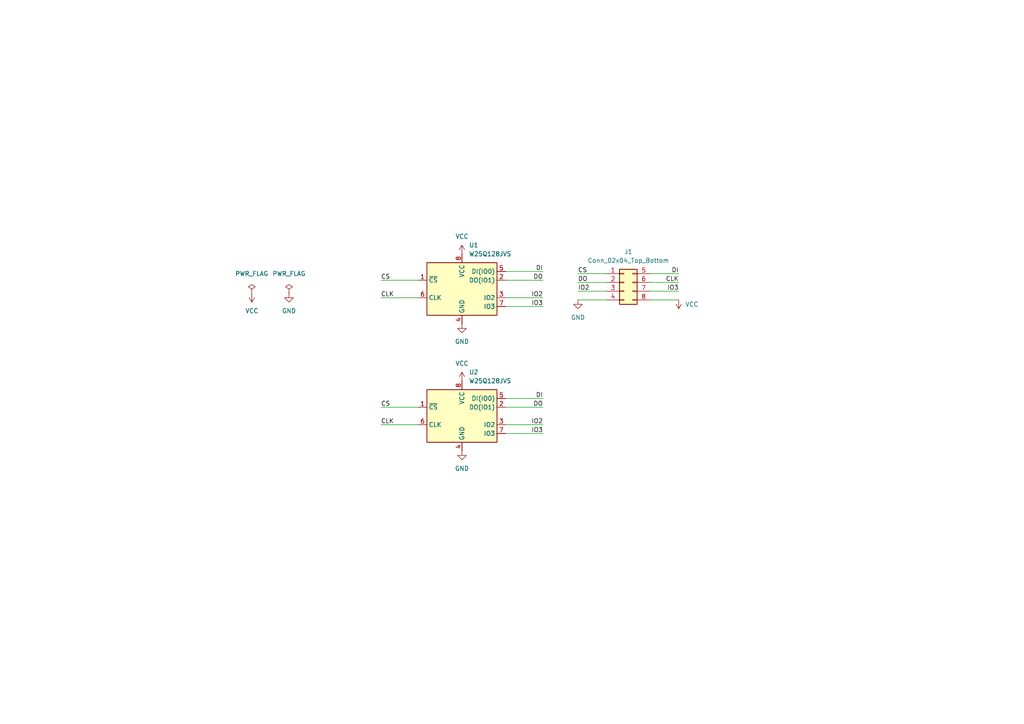
<source format=kicad_sch>
(kicad_sch (version 20211123) (generator eeschema)
  (paper "A4")
  (lib_symbols
    (symbol "Connector_Generic:Conn_02x04_Top_Bottom" (pin_names (offset 1.016) hide)
      (property "Reference" "J" (at 1.27 5.08 0))
      (property "Value" "Conn_02x04_Top_Bottom" (at 1.27 -7.62 0))
      (symbol "Conn_02x04_Top_Bottom_1_1"
        (rectangle (start -1.27 -4.953) (end 0 -5.207) (stroke (width 0.1524)))
        (rectangle (start -1.27 -2.413) (end 0 -2.667) (stroke (width 0.1524)))
        (rectangle (start -1.27 0.127) (end 0 -0.127) (stroke (width 0.1524)))
        (rectangle (start -1.27 2.667) (end 0 2.413) (stroke (width 0.1524)))
        (rectangle (start -1.27 3.81) (end 3.81 -6.35) (stroke (width 0.254)) (fill (type background)))
        (rectangle (start 3.81 -4.953) (end 2.54 -5.207) (stroke (width 0.1524)))
        (rectangle (start 3.81 -2.413) (end 2.54 -2.667) (stroke (width 0.1524)))
        (rectangle (start 3.81 0.127) (end 2.54 -0.127) (stroke (width 0.1524)))
        (rectangle (start 3.81 2.667) (end 2.54 2.413) (stroke (width 0.1524)))
        (pin passive line (at -5.08 2.54 0) (length 3.81) (name "Pin_1") (number "1"))
        (pin passive line (at -5.08 0 0) (length 3.81) (name "Pin_2") (number "2"))
        (pin passive line (at -5.08 -2.54 0) (length 3.81) (name "Pin_3") (number "3"))
        (pin passive line (at -5.08 -5.08 0) (length 3.81) (name "Pin_4") (number "4"))
        (pin passive line (at 7.62 2.54 180) (length 3.81) (name "Pin_5") (number "5"))
        (pin passive line (at 7.62 0 180) (length 3.81) (name "Pin_6") (number "6"))
        (pin passive line (at 7.62 -2.54 180) (length 3.81) (name "Pin_7") (number "7"))
        (pin passive line (at 7.62 -5.08 180) (length 3.81) (name "Pin_8") (number "8"))
      )
    )
    (symbol "Memory_Flash:W25Q128JVS"
      (property "Reference" "U" (at -8.89 8.89 0))
      (property "Value" "W25Q128JVS" (at 7.62 8.89 0))
      (symbol "W25Q128JVS_0_1"
        (rectangle (start -10.16 7.62) (end 10.16 -7.62) (stroke (width 0.254)) (fill (type background)))
      )
      (symbol "W25Q128JVS_1_1"
        (pin input line (at -12.7 2.54 0) (length 2.54) (name "~{CS}") (number "1"))
        (pin bidirectional line (at 12.7 2.54 180) (length 2.54) (name "DO(IO1)") (number "2"))
        (pin bidirectional line (at 12.7 -2.54 180) (length 2.54) (name "IO2") (number "3"))
        (pin power_in line (at 0 -10.16 90) (length 2.54) (name "GND") (number "4"))
        (pin bidirectional line (at 12.7 5.08 180) (length 2.54) (name "DI(IO0)") (number "5"))
        (pin input line (at -12.7 -2.54 0) (length 2.54) (name "CLK") (number "6"))
        (pin bidirectional line (at 12.7 -5.08 180) (length 2.54) (name "IO3") (number "7"))
        (pin power_in line (at 0 10.16 270) (length 2.54) (name "VCC") (number "8"))
      )
    )
    (symbol "power:GND" (power) (pin_names (offset 0))
      (property "Value" "GND" (at 0 -3.81 0))
      (symbol "GND_0_1"
        (polyline (pts (xy 0 0) (xy 0 -1.27) (xy 1.27 -1.27) (xy 0 -2.54) (xy -1.27 -1.27) (xy 0 -1.27)))
      )
      (symbol "GND_1_1"
        (pin power_in line (at 0 0 270) (length 0) hide (name "GND") (number "1"))
      )
    )
    (symbol "power:PWR_FLAG" (power) (pin_numbers hide) (pin_names (offset 0) hide)
      (property "Value" "PWR_FLAG" (at 0 3.81 0))
      (symbol "PWR_FLAG_0_0"
        (pin power_out line (at 0 0 90) (length 0) (name "pwr") (number "1"))
      )
      (symbol "PWR_FLAG_0_1"
        (polyline (pts (xy 0 0) (xy 0 1.27) (xy -1.016 1.905) (xy 0 2.54) (xy 1.016 1.905) (xy 0 1.27)))
      )
    )
    (symbol "power:VCC" (power) (pin_names (offset 0))
      (property "Value" "VCC" (at 0 3.81 0))
      (symbol "VCC_0_1"
        (polyline (pts (xy -0.762 1.27) (xy 0 2.54)))
        (polyline (pts (xy 0 0) (xy 0 2.54)))
        (polyline (pts (xy 0 2.54) (xy 0.762 1.27)))
      )
      (symbol "VCC_1_1"
        (pin power_in line (at 0 0 90) (length 0) hide (name "VCC") (number "1"))
      )
    )
  )
  (wire (pts (xy 167.64 79.375) (xy 175.895 79.375)))
  (wire (pts (xy 167.64 81.915) (xy 175.895 81.915)))
  (wire (pts (xy 146.685 125.73) (xy 157.48 125.73)))
  (wire (pts (xy 110.49 118.11) (xy 121.285 118.11)))
  (wire (pts (xy 146.685 86.36) (xy 157.48 86.36)))
  (wire (pts (xy 146.685 118.11) (xy 157.48 118.11)))
  (wire (pts (xy 146.685 123.19) (xy 157.48 123.19)))
  (wire (pts (xy 188.595 79.375) (xy 196.85 79.375)))
  (wire (pts (xy 146.685 115.57) (xy 157.48 115.57)))
  (wire (pts (xy 146.685 81.28) (xy 157.48 81.28)))
  (wire (pts (xy 167.64 86.995) (xy 175.895 86.995)))
  (wire (pts (xy 188.595 84.455) (xy 196.85 84.455)))
  (wire (pts (xy 146.685 88.9) (xy 157.48 88.9)))
  (wire (pts (xy 110.49 81.28) (xy 121.285 81.28)))
  (wire (pts (xy 188.595 81.915) (xy 196.85 81.915)))
  (wire (pts (xy 110.49 86.36) (xy 121.285 86.36)))
  (wire (pts (xy 167.64 84.455) (xy 175.895 84.455)))
  (wire (pts (xy 110.49 123.19) (xy 121.285 123.19)))
  (wire (pts (xy 188.595 86.995) (xy 196.85 86.995)))
  (wire (pts (xy 146.685 78.74) (xy 157.48 78.74)))
  (label "CLK" (at 110.49 86.36 0))
  (label "CS" (at 110.49 118.11 0))
  (label "CS" (at 110.49 81.28 0))
  (label "IO2" (at 157.48 123.19 180))
  (label "DO" (at 167.64 81.915 0))
  (label "DO" (at 157.48 118.11 180))
  (label "DI" (at 157.48 78.74 180))
  (label "DO" (at 157.48 81.28 180))
  (label "CLK" (at 110.49 123.19 0))
  (label "CS" (at 167.64 79.375 0))
  (label "IO3" (at 196.85 84.455 180))
  (label "IO3" (at 157.48 125.73 180))
  (label "DI" (at 157.48 115.57 180))
  (label "IO3" (at 157.48 88.9 180))
  (label "CLK" (at 196.85 81.915 180))
  (label "IO2" (at 167.64 84.455 0))
  (label "DI" (at 196.85 79.375 180))
  (label "IO2" (at 157.48 86.36 180))
  (symbol (lib_id "power:GND") (at 133.985 130.81 0) (unit 1)
    (property "Reference" "#PWR06" (effects hide))
    (property "Value" "GND" (at 133.985 135.89 0))
  )
  (symbol (lib_id "Memory_Flash:W25Q128JVS") (at 133.985 83.82 0) (unit 1)
    (property "Reference" "U1" (at 136.0044 71.12 0) (effects (justify left)))
    (property "Value" "W25Q128JVS" (at 136.0044 73.66 0) (effects (justify left)))
    (property "Footprint" "Custom_Library:Custom_SOP8_Pad_5.28x5.23mm" (effects hide))
    (property "Datasheet" "http://www.winbond.com/resource-files/w25q128jv_dtr%20revc%2003272018%20plus.pdf" (effects hide))
  )
  (symbol (lib_id "power:GND") (at 167.64 86.995 0) (unit 1)
    (property "Reference" "#PWR07" (effects hide))
    (property "Value" "GND" (at 167.64 92.075 0))
  )
  (symbol (lib_id "power:GND") (at 83.82 85.09 0) (unit 1)
    (property "Reference" "#PWR02" (effects hide))
    (property "Value" "GND" (at 83.82 90.17 0))
  )
  (symbol (lib_id "power:VCC") (at 196.85 86.995 180) (unit 1)
    (property "Reference" "#PWR08" (effects hide))
    (property "Value" "VCC" (at 198.755 88.2649 0) (effects (justify right)))
  )
  (symbol (lib_id "power:PWR_FLAG") (at 83.82 85.09 0) (unit 1)
    (property "Reference" "#FLG02" (effects hide))
    (property "Value" "PWR_FLAG" (at 83.82 79.375 0))
  )
  (symbol (lib_id "power:VCC") (at 73.025 85.09 180) (unit 1)
    (property "Reference" "#PWR01" (effects hide))
    (property "Value" "VCC" (at 71.12 90.17 0) (effects (justify right)))
  )
  (symbol (lib_id "power:GND") (at 133.985 93.98 0) (unit 1)
    (property "Reference" "#PWR04" (effects hide))
    (property "Value" "GND" (at 133.985 99.06 0))
  )
  (symbol (lib_id "power:PWR_FLAG") (at 73.025 85.09 0) (unit 1)
    (property "Reference" "#FLG01" (effects hide))
    (property "Value" "PWR_FLAG" (at 73.025 79.375 0))
  )
  (symbol (lib_id "power:VCC") (at 133.985 110.49 0) (unit 1)
    (property "Reference" "#PWR05" (effects hide))
    (property "Value" "VCC" (at 133.985 105.41 0))
  )
  (symbol (lib_id "power:VCC") (at 133.985 73.66 0) (unit 1)
    (property "Reference" "#PWR03" (effects hide))
    (property "Value" "VCC" (at 133.985 68.58 0))
  )
  (symbol (lib_id "Memory_Flash:W25Q128JVS") (at 133.985 120.65 0) (unit 1)
    (property "Reference" "U2" (at 136.0044 107.95 0) (effects (justify left)))
    (property "Value" "W25Q128JVS" (at 136.0044 110.49 0) (effects (justify left)))
    (property "Footprint" "Custom_Library:Custom_SOP8_Pad_5.28x5.23mm" (effects hide))
    (property "Datasheet" "http://www.winbond.com/resource-files/w25q128jv_dtr%20revc%2003272018%20plus.pdf" (effects hide))
  )
  (symbol (lib_id "Connector_Generic:Conn_02x04_Top_Bottom") (at 180.975 81.915 0) (unit 1)
    (property "Reference" "J1" (at 182.245 73.025 0))
    (property "Value" "Conn_02x04_Top_Bottom" (at 182.245 75.565 0))
    (property "Footprint" "Custom_Library:Custom_PinHeader_02x04_1.27mm" (effects hide))
  )
)
</source>
